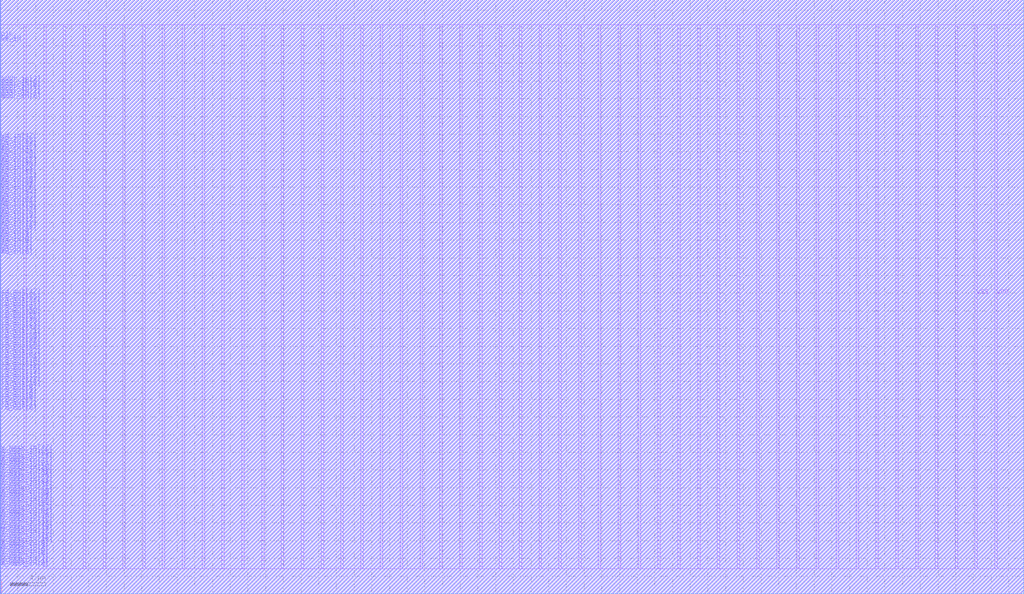
<source format=lef>
VERSION 5.7 ;
BUSBITCHARS "[]" ;
MACRO fakeram45_256x48_upper
  FOREIGN fakeram45_256x48_upper 0 0 ;
  SYMMETRY X Y R90 ;
  SIZE 0.19 BY 1.4 ;
  CLASS BLOCK ;
  PIN w_mask_in[0]
    DIRECTION INPUT ;
    USE SIGNAL ;
    SHAPE ABUTMENT ;
    PORT
      LAYER metal18 ;
      RECT 0.000 2.800 0.070 2.870 ;
    END
  END w_mask_in[0]
  PIN w_mask_in[1]
    DIRECTION INPUT ;
    USE SIGNAL ;
    SHAPE ABUTMENT ;
    PORT
      LAYER metal18 ;
      RECT 0.000 3.080 0.070 3.150 ;
    END
  END w_mask_in[1]
  PIN w_mask_in[2]
    DIRECTION INPUT ;
    USE SIGNAL ;
    SHAPE ABUTMENT ;
    PORT
      LAYER metal18 ;
      RECT 0.000 3.360 0.070 3.430 ;
    END
  END w_mask_in[2]
  PIN w_mask_in[3]
    DIRECTION INPUT ;
    USE SIGNAL ;
    SHAPE ABUTMENT ;
    PORT
      LAYER metal18 ;
      RECT 0.000 3.640 0.070 3.710 ;
    END
  END w_mask_in[3]
  PIN w_mask_in[4]
    DIRECTION INPUT ;
    USE SIGNAL ;
    SHAPE ABUTMENT ;
    PORT
      LAYER metal18 ;
      RECT 0.000 3.920 0.070 3.990 ;
    END
  END w_mask_in[4]
  PIN w_mask_in[5]
    DIRECTION INPUT ;
    USE SIGNAL ;
    SHAPE ABUTMENT ;
    PORT
      LAYER metal18 ;
      RECT 0.000 4.200 0.070 4.270 ;
    END
  END w_mask_in[5]
  PIN w_mask_in[6]
    DIRECTION INPUT ;
    USE SIGNAL ;
    SHAPE ABUTMENT ;
    PORT
      LAYER metal18 ;
      RECT 0.000 4.480 0.070 4.550 ;
    END
  END w_mask_in[6]
  PIN w_mask_in[7]
    DIRECTION INPUT ;
    USE SIGNAL ;
    SHAPE ABUTMENT ;
    PORT
      LAYER metal18 ;
      RECT 0.000 4.760 0.070 4.830 ;
    END
  END w_mask_in[7]
  PIN w_mask_in[8]
    DIRECTION INPUT ;
    USE SIGNAL ;
    SHAPE ABUTMENT ;
    PORT
      LAYER metal18 ;
      RECT 0.000 5.040 0.070 5.110 ;
    END
  END w_mask_in[8]
  PIN w_mask_in[9]
    DIRECTION INPUT ;
    USE SIGNAL ;
    SHAPE ABUTMENT ;
    PORT
      LAYER metal18 ;
      RECT 0.000 5.320 0.070 5.390 ;
    END
  END w_mask_in[9]
  PIN w_mask_in[10]
    DIRECTION INPUT ;
    USE SIGNAL ;
    SHAPE ABUTMENT ;
    PORT
      LAYER metal18 ;
      RECT 0.000 5.600 0.070 5.670 ;
    END
  END w_mask_in[10]
  PIN w_mask_in[11]
    DIRECTION INPUT ;
    USE SIGNAL ;
    SHAPE ABUTMENT ;
    PORT
      LAYER metal18 ;
      RECT 0.000 5.880 0.070 5.950 ;
    END
  END w_mask_in[11]
  PIN w_mask_in[12]
    DIRECTION INPUT ;
    USE SIGNAL ;
    SHAPE ABUTMENT ;
    PORT
      LAYER metal18 ;
      RECT 0.000 6.160 0.070 6.230 ;
    END
  END w_mask_in[12]
  PIN w_mask_in[13]
    DIRECTION INPUT ;
    USE SIGNAL ;
    SHAPE ABUTMENT ;
    PORT
      LAYER metal18 ;
      RECT 0.000 6.440 0.070 6.510 ;
    END
  END w_mask_in[13]
  PIN w_mask_in[14]
    DIRECTION INPUT ;
    USE SIGNAL ;
    SHAPE ABUTMENT ;
    PORT
      LAYER metal18 ;
      RECT 0.000 6.720 0.070 6.790 ;
    END
  END w_mask_in[14]
  PIN w_mask_in[15]
    DIRECTION INPUT ;
    USE SIGNAL ;
    SHAPE ABUTMENT ;
    PORT
      LAYER metal18 ;
      RECT 0.000 7.000 0.070 7.070 ;
    END
  END w_mask_in[15]
  PIN w_mask_in[16]
    DIRECTION INPUT ;
    USE SIGNAL ;
    SHAPE ABUTMENT ;
    PORT
      LAYER metal18 ;
      RECT 0.000 7.280 0.070 7.350 ;
    END
  END w_mask_in[16]
  PIN w_mask_in[17]
    DIRECTION INPUT ;
    USE SIGNAL ;
    SHAPE ABUTMENT ;
    PORT
      LAYER metal18 ;
      RECT 0.000 7.560 0.070 7.630 ;
    END
  END w_mask_in[17]
  PIN w_mask_in[18]
    DIRECTION INPUT ;
    USE SIGNAL ;
    SHAPE ABUTMENT ;
    PORT
      LAYER metal18 ;
      RECT 0.000 7.840 0.070 7.910 ;
    END
  END w_mask_in[18]
  PIN w_mask_in[19]
    DIRECTION INPUT ;
    USE SIGNAL ;
    SHAPE ABUTMENT ;
    PORT
      LAYER metal18 ;
      RECT 0.000 8.120 0.070 8.190 ;
    END
  END w_mask_in[19]
  PIN w_mask_in[20]
    DIRECTION INPUT ;
    USE SIGNAL ;
    SHAPE ABUTMENT ;
    PORT
      LAYER metal18 ;
      RECT 0.000 8.400 0.070 8.470 ;
    END
  END w_mask_in[20]
  PIN w_mask_in[21]
    DIRECTION INPUT ;
    USE SIGNAL ;
    SHAPE ABUTMENT ;
    PORT
      LAYER metal18 ;
      RECT 0.000 8.680 0.070 8.750 ;
    END
  END w_mask_in[21]
  PIN w_mask_in[22]
    DIRECTION INPUT ;
    USE SIGNAL ;
    SHAPE ABUTMENT ;
    PORT
      LAYER metal18 ;
      RECT 0.000 8.960 0.070 9.030 ;
    END
  END w_mask_in[22]
  PIN w_mask_in[23]
    DIRECTION INPUT ;
    USE SIGNAL ;
    SHAPE ABUTMENT ;
    PORT
      LAYER metal18 ;
      RECT 0.000 9.240 0.070 9.310 ;
    END
  END w_mask_in[23]
  PIN w_mask_in[24]
    DIRECTION INPUT ;
    USE SIGNAL ;
    SHAPE ABUTMENT ;
    PORT
      LAYER metal18 ;
      RECT 0.000 9.520 0.070 9.590 ;
    END
  END w_mask_in[24]
  PIN w_mask_in[25]
    DIRECTION INPUT ;
    USE SIGNAL ;
    SHAPE ABUTMENT ;
    PORT
      LAYER metal18 ;
      RECT 0.000 9.800 0.070 9.870 ;
    END
  END w_mask_in[25]
  PIN w_mask_in[26]
    DIRECTION INPUT ;
    USE SIGNAL ;
    SHAPE ABUTMENT ;
    PORT
      LAYER metal18 ;
      RECT 0.000 10.080 0.070 10.150 ;
    END
  END w_mask_in[26]
  PIN w_mask_in[27]
    DIRECTION INPUT ;
    USE SIGNAL ;
    SHAPE ABUTMENT ;
    PORT
      LAYER metal18 ;
      RECT 0.000 10.360 0.070 10.430 ;
    END
  END w_mask_in[27]
  PIN w_mask_in[28]
    DIRECTION INPUT ;
    USE SIGNAL ;
    SHAPE ABUTMENT ;
    PORT
      LAYER metal18 ;
      RECT 0.000 10.640 0.070 10.710 ;
    END
  END w_mask_in[28]
  PIN w_mask_in[29]
    DIRECTION INPUT ;
    USE SIGNAL ;
    SHAPE ABUTMENT ;
    PORT
      LAYER metal18 ;
      RECT 0.000 10.920 0.070 10.990 ;
    END
  END w_mask_in[29]
  PIN w_mask_in[30]
    DIRECTION INPUT ;
    USE SIGNAL ;
    SHAPE ABUTMENT ;
    PORT
      LAYER metal18 ;
      RECT 0.000 11.200 0.070 11.270 ;
    END
  END w_mask_in[30]
  PIN w_mask_in[31]
    DIRECTION INPUT ;
    USE SIGNAL ;
    SHAPE ABUTMENT ;
    PORT
      LAYER metal18 ;
      RECT 0.000 11.480 0.070 11.550 ;
    END
  END w_mask_in[31]
  PIN w_mask_in[32]
    DIRECTION INPUT ;
    USE SIGNAL ;
    SHAPE ABUTMENT ;
    PORT
      LAYER metal18 ;
      RECT 0.000 11.760 0.070 11.830 ;
    END
  END w_mask_in[32]
  PIN w_mask_in[33]
    DIRECTION INPUT ;
    USE SIGNAL ;
    SHAPE ABUTMENT ;
    PORT
      LAYER metal18 ;
      RECT 0.000 12.040 0.070 12.110 ;
    END
  END w_mask_in[33]
  PIN w_mask_in[34]
    DIRECTION INPUT ;
    USE SIGNAL ;
    SHAPE ABUTMENT ;
    PORT
      LAYER metal18 ;
      RECT 0.000 12.320 0.070 12.390 ;
    END
  END w_mask_in[34]
  PIN w_mask_in[35]
    DIRECTION INPUT ;
    USE SIGNAL ;
    SHAPE ABUTMENT ;
    PORT
      LAYER metal18 ;
      RECT 0.000 12.600 0.070 12.670 ;
    END
  END w_mask_in[35]
  PIN w_mask_in[36]
    DIRECTION INPUT ;
    USE SIGNAL ;
    SHAPE ABUTMENT ;
    PORT
      LAYER metal18 ;
      RECT 0.000 12.880 0.070 12.950 ;
    END
  END w_mask_in[36]
  PIN w_mask_in[37]
    DIRECTION INPUT ;
    USE SIGNAL ;
    SHAPE ABUTMENT ;
    PORT
      LAYER metal18 ;
      RECT 0.000 13.160 0.070 13.230 ;
    END
  END w_mask_in[37]
  PIN w_mask_in[38]
    DIRECTION INPUT ;
    USE SIGNAL ;
    SHAPE ABUTMENT ;
    PORT
      LAYER metal18 ;
      RECT 0.000 13.440 0.070 13.510 ;
    END
  END w_mask_in[38]
  PIN w_mask_in[39]
    DIRECTION INPUT ;
    USE SIGNAL ;
    SHAPE ABUTMENT ;
    PORT
      LAYER metal18 ;
      RECT 0.000 13.720 0.070 13.790 ;
    END
  END w_mask_in[39]
  PIN w_mask_in[40]
    DIRECTION INPUT ;
    USE SIGNAL ;
    SHAPE ABUTMENT ;
    PORT
      LAYER metal18 ;
      RECT 0.000 14.000 0.070 14.070 ;
    END
  END w_mask_in[40]
  PIN w_mask_in[41]
    DIRECTION INPUT ;
    USE SIGNAL ;
    SHAPE ABUTMENT ;
    PORT
      LAYER metal18 ;
      RECT 0.000 14.280 0.070 14.350 ;
    END
  END w_mask_in[41]
  PIN w_mask_in[42]
    DIRECTION INPUT ;
    USE SIGNAL ;
    SHAPE ABUTMENT ;
    PORT
      LAYER metal18 ;
      RECT 0.000 14.560 0.070 14.630 ;
    END
  END w_mask_in[42]
  PIN w_mask_in[43]
    DIRECTION INPUT ;
    USE SIGNAL ;
    SHAPE ABUTMENT ;
    PORT
      LAYER metal18 ;
      RECT 0.000 14.840 0.070 14.910 ;
    END
  END w_mask_in[43]
  PIN w_mask_in[44]
    DIRECTION INPUT ;
    USE SIGNAL ;
    SHAPE ABUTMENT ;
    PORT
      LAYER metal18 ;
      RECT 0.000 15.120 0.070 15.190 ;
    END
  END w_mask_in[44]
  PIN w_mask_in[45]
    DIRECTION INPUT ;
    USE SIGNAL ;
    SHAPE ABUTMENT ;
    PORT
      LAYER metal18 ;
      RECT 0.000 15.400 0.070 15.470 ;
    END
  END w_mask_in[45]
  PIN w_mask_in[46]
    DIRECTION INPUT ;
    USE SIGNAL ;
    SHAPE ABUTMENT ;
    PORT
      LAYER metal18 ;
      RECT 0.000 15.680 0.070 15.750 ;
    END
  END w_mask_in[46]
  PIN w_mask_in[47]
    DIRECTION INPUT ;
    USE SIGNAL ;
    SHAPE ABUTMENT ;
    PORT
      LAYER metal18 ;
      RECT 0.000 15.960 0.070 16.030 ;
    END
  END w_mask_in[47]
  PIN rd_out[0]
    DIRECTION OUTPUT ;
    USE SIGNAL ;
    SHAPE ABUTMENT ;
    PORT
      LAYER metal18 ;
      RECT 0.000 20.440 0.070 20.510 ;
    END
  END rd_out[0]
  PIN rd_out[1]
    DIRECTION OUTPUT ;
    USE SIGNAL ;
    SHAPE ABUTMENT ;
    PORT
      LAYER metal18 ;
      RECT 0.000 20.720 0.070 20.790 ;
    END
  END rd_out[1]
  PIN rd_out[2]
    DIRECTION OUTPUT ;
    USE SIGNAL ;
    SHAPE ABUTMENT ;
    PORT
      LAYER metal18 ;
      RECT 0.000 21.000 0.070 21.070 ;
    END
  END rd_out[2]
  PIN rd_out[3]
    DIRECTION OUTPUT ;
    USE SIGNAL ;
    SHAPE ABUTMENT ;
    PORT
      LAYER metal18 ;
      RECT 0.000 21.280 0.070 21.350 ;
    END
  END rd_out[3]
  PIN rd_out[4]
    DIRECTION OUTPUT ;
    USE SIGNAL ;
    SHAPE ABUTMENT ;
    PORT
      LAYER metal18 ;
      RECT 0.000 21.560 0.070 21.630 ;
    END
  END rd_out[4]
  PIN rd_out[5]
    DIRECTION OUTPUT ;
    USE SIGNAL ;
    SHAPE ABUTMENT ;
    PORT
      LAYER metal18 ;
      RECT 0.000 21.840 0.070 21.910 ;
    END
  END rd_out[5]
  PIN rd_out[6]
    DIRECTION OUTPUT ;
    USE SIGNAL ;
    SHAPE ABUTMENT ;
    PORT
      LAYER metal18 ;
      RECT 0.000 22.120 0.070 22.190 ;
    END
  END rd_out[6]
  PIN rd_out[7]
    DIRECTION OUTPUT ;
    USE SIGNAL ;
    SHAPE ABUTMENT ;
    PORT
      LAYER metal18 ;
      RECT 0.000 22.400 0.070 22.470 ;
    END
  END rd_out[7]
  PIN rd_out[8]
    DIRECTION OUTPUT ;
    USE SIGNAL ;
    SHAPE ABUTMENT ;
    PORT
      LAYER metal18 ;
      RECT 0.000 22.680 0.070 22.750 ;
    END
  END rd_out[8]
  PIN rd_out[9]
    DIRECTION OUTPUT ;
    USE SIGNAL ;
    SHAPE ABUTMENT ;
    PORT
      LAYER metal18 ;
      RECT 0.000 22.960 0.070 23.030 ;
    END
  END rd_out[9]
  PIN rd_out[10]
    DIRECTION OUTPUT ;
    USE SIGNAL ;
    SHAPE ABUTMENT ;
    PORT
      LAYER metal18 ;
      RECT 0.000 23.240 0.070 23.310 ;
    END
  END rd_out[10]
  PIN rd_out[11]
    DIRECTION OUTPUT ;
    USE SIGNAL ;
    SHAPE ABUTMENT ;
    PORT
      LAYER metal18 ;
      RECT 0.000 23.520 0.070 23.590 ;
    END
  END rd_out[11]
  PIN rd_out[12]
    DIRECTION OUTPUT ;
    USE SIGNAL ;
    SHAPE ABUTMENT ;
    PORT
      LAYER metal18 ;
      RECT 0.000 23.800 0.070 23.870 ;
    END
  END rd_out[12]
  PIN rd_out[13]
    DIRECTION OUTPUT ;
    USE SIGNAL ;
    SHAPE ABUTMENT ;
    PORT
      LAYER metal18 ;
      RECT 0.000 24.080 0.070 24.150 ;
    END
  END rd_out[13]
  PIN rd_out[14]
    DIRECTION OUTPUT ;
    USE SIGNAL ;
    SHAPE ABUTMENT ;
    PORT
      LAYER metal18 ;
      RECT 0.000 24.360 0.070 24.430 ;
    END
  END rd_out[14]
  PIN rd_out[15]
    DIRECTION OUTPUT ;
    USE SIGNAL ;
    SHAPE ABUTMENT ;
    PORT
      LAYER metal18 ;
      RECT 0.000 24.640 0.070 24.710 ;
    END
  END rd_out[15]
  PIN rd_out[16]
    DIRECTION OUTPUT ;
    USE SIGNAL ;
    SHAPE ABUTMENT ;
    PORT
      LAYER metal18 ;
      RECT 0.000 24.920 0.070 24.990 ;
    END
  END rd_out[16]
  PIN rd_out[17]
    DIRECTION OUTPUT ;
    USE SIGNAL ;
    SHAPE ABUTMENT ;
    PORT
      LAYER metal18 ;
      RECT 0.000 25.200 0.070 25.270 ;
    END
  END rd_out[17]
  PIN rd_out[18]
    DIRECTION OUTPUT ;
    USE SIGNAL ;
    SHAPE ABUTMENT ;
    PORT
      LAYER metal18 ;
      RECT 0.000 25.480 0.070 25.550 ;
    END
  END rd_out[18]
  PIN rd_out[19]
    DIRECTION OUTPUT ;
    USE SIGNAL ;
    SHAPE ABUTMENT ;
    PORT
      LAYER metal18 ;
      RECT 0.000 25.760 0.070 25.830 ;
    END
  END rd_out[19]
  PIN rd_out[20]
    DIRECTION OUTPUT ;
    USE SIGNAL ;
    SHAPE ABUTMENT ;
    PORT
      LAYER metal18 ;
      RECT 0.000 26.040 0.070 26.110 ;
    END
  END rd_out[20]
  PIN rd_out[21]
    DIRECTION OUTPUT ;
    USE SIGNAL ;
    SHAPE ABUTMENT ;
    PORT
      LAYER metal18 ;
      RECT 0.000 26.320 0.070 26.390 ;
    END
  END rd_out[21]
  PIN rd_out[22]
    DIRECTION OUTPUT ;
    USE SIGNAL ;
    SHAPE ABUTMENT ;
    PORT
      LAYER metal18 ;
      RECT 0.000 26.600 0.070 26.670 ;
    END
  END rd_out[22]
  PIN rd_out[23]
    DIRECTION OUTPUT ;
    USE SIGNAL ;
    SHAPE ABUTMENT ;
    PORT
      LAYER metal18 ;
      RECT 0.000 26.880 0.070 26.950 ;
    END
  END rd_out[23]
  PIN rd_out[24]
    DIRECTION OUTPUT ;
    USE SIGNAL ;
    SHAPE ABUTMENT ;
    PORT
      LAYER metal18 ;
      RECT 0.000 27.160 0.070 27.230 ;
    END
  END rd_out[24]
  PIN rd_out[25]
    DIRECTION OUTPUT ;
    USE SIGNAL ;
    SHAPE ABUTMENT ;
    PORT
      LAYER metal18 ;
      RECT 0.000 27.440 0.070 27.510 ;
    END
  END rd_out[25]
  PIN rd_out[26]
    DIRECTION OUTPUT ;
    USE SIGNAL ;
    SHAPE ABUTMENT ;
    PORT
      LAYER metal18 ;
      RECT 0.000 27.720 0.070 27.790 ;
    END
  END rd_out[26]
  PIN rd_out[27]
    DIRECTION OUTPUT ;
    USE SIGNAL ;
    SHAPE ABUTMENT ;
    PORT
      LAYER metal18 ;
      RECT 0.000 28.000 0.070 28.070 ;
    END
  END rd_out[27]
  PIN rd_out[28]
    DIRECTION OUTPUT ;
    USE SIGNAL ;
    SHAPE ABUTMENT ;
    PORT
      LAYER metal18 ;
      RECT 0.000 28.280 0.070 28.350 ;
    END
  END rd_out[28]
  PIN rd_out[29]
    DIRECTION OUTPUT ;
    USE SIGNAL ;
    SHAPE ABUTMENT ;
    PORT
      LAYER metal18 ;
      RECT 0.000 28.560 0.070 28.630 ;
    END
  END rd_out[29]
  PIN rd_out[30]
    DIRECTION OUTPUT ;
    USE SIGNAL ;
    SHAPE ABUTMENT ;
    PORT
      LAYER metal18 ;
      RECT 0.000 28.840 0.070 28.910 ;
    END
  END rd_out[30]
  PIN rd_out[31]
    DIRECTION OUTPUT ;
    USE SIGNAL ;
    SHAPE ABUTMENT ;
    PORT
      LAYER metal18 ;
      RECT 0.000 29.120 0.070 29.190 ;
    END
  END rd_out[31]
  PIN rd_out[32]
    DIRECTION OUTPUT ;
    USE SIGNAL ;
    SHAPE ABUTMENT ;
    PORT
      LAYER metal18 ;
      RECT 0.000 29.400 0.070 29.470 ;
    END
  END rd_out[32]
  PIN rd_out[33]
    DIRECTION OUTPUT ;
    USE SIGNAL ;
    SHAPE ABUTMENT ;
    PORT
      LAYER metal18 ;
      RECT 0.000 29.680 0.070 29.750 ;
    END
  END rd_out[33]
  PIN rd_out[34]
    DIRECTION OUTPUT ;
    USE SIGNAL ;
    SHAPE ABUTMENT ;
    PORT
      LAYER metal18 ;
      RECT 0.000 29.960 0.070 30.030 ;
    END
  END rd_out[34]
  PIN rd_out[35]
    DIRECTION OUTPUT ;
    USE SIGNAL ;
    SHAPE ABUTMENT ;
    PORT
      LAYER metal18 ;
      RECT 0.000 30.240 0.070 30.310 ;
    END
  END rd_out[35]
  PIN rd_out[36]
    DIRECTION OUTPUT ;
    USE SIGNAL ;
    SHAPE ABUTMENT ;
    PORT
      LAYER metal18 ;
      RECT 0.000 30.520 0.070 30.590 ;
    END
  END rd_out[36]
  PIN rd_out[37]
    DIRECTION OUTPUT ;
    USE SIGNAL ;
    SHAPE ABUTMENT ;
    PORT
      LAYER metal18 ;
      RECT 0.000 30.800 0.070 30.870 ;
    END
  END rd_out[37]
  PIN rd_out[38]
    DIRECTION OUTPUT ;
    USE SIGNAL ;
    SHAPE ABUTMENT ;
    PORT
      LAYER metal18 ;
      RECT 0.000 31.080 0.070 31.150 ;
    END
  END rd_out[38]
  PIN rd_out[39]
    DIRECTION OUTPUT ;
    USE SIGNAL ;
    SHAPE ABUTMENT ;
    PORT
      LAYER metal18 ;
      RECT 0.000 31.360 0.070 31.430 ;
    END
  END rd_out[39]
  PIN rd_out[40]
    DIRECTION OUTPUT ;
    USE SIGNAL ;
    SHAPE ABUTMENT ;
    PORT
      LAYER metal18 ;
      RECT 0.000 31.640 0.070 31.710 ;
    END
  END rd_out[40]
  PIN rd_out[41]
    DIRECTION OUTPUT ;
    USE SIGNAL ;
    SHAPE ABUTMENT ;
    PORT
      LAYER metal18 ;
      RECT 0.000 31.920 0.070 31.990 ;
    END
  END rd_out[41]
  PIN rd_out[42]
    DIRECTION OUTPUT ;
    USE SIGNAL ;
    SHAPE ABUTMENT ;
    PORT
      LAYER metal18 ;
      RECT 0.000 32.200 0.070 32.270 ;
    END
  END rd_out[42]
  PIN rd_out[43]
    DIRECTION OUTPUT ;
    USE SIGNAL ;
    SHAPE ABUTMENT ;
    PORT
      LAYER metal18 ;
      RECT 0.000 32.480 0.070 32.550 ;
    END
  END rd_out[43]
  PIN rd_out[44]
    DIRECTION OUTPUT ;
    USE SIGNAL ;
    SHAPE ABUTMENT ;
    PORT
      LAYER metal18 ;
      RECT 0.000 32.760 0.070 32.830 ;
    END
  END rd_out[44]
  PIN rd_out[45]
    DIRECTION OUTPUT ;
    USE SIGNAL ;
    SHAPE ABUTMENT ;
    PORT
      LAYER metal18 ;
      RECT 0.000 33.040 0.070 33.110 ;
    END
  END rd_out[45]
  PIN rd_out[46]
    DIRECTION OUTPUT ;
    USE SIGNAL ;
    SHAPE ABUTMENT ;
    PORT
      LAYER metal18 ;
      RECT 0.000 33.320 0.070 33.390 ;
    END
  END rd_out[46]
  PIN rd_out[47]
    DIRECTION OUTPUT ;
    USE SIGNAL ;
    SHAPE ABUTMENT ;
    PORT
      LAYER metal18 ;
      RECT 0.000 33.600 0.070 33.670 ;
    END
  END rd_out[47]
  PIN wd_in[0]
    DIRECTION INPUT ;
    USE SIGNAL ;
    SHAPE ABUTMENT ;
    PORT
      LAYER metal18 ;
      RECT 0.000 38.080 0.070 38.150 ;
    END
  END wd_in[0]
  PIN wd_in[1]
    DIRECTION INPUT ;
    USE SIGNAL ;
    SHAPE ABUTMENT ;
    PORT
      LAYER metal18 ;
      RECT 0.000 38.360 0.070 38.430 ;
    END
  END wd_in[1]
  PIN wd_in[2]
    DIRECTION INPUT ;
    USE SIGNAL ;
    SHAPE ABUTMENT ;
    PORT
      LAYER metal18 ;
      RECT 0.000 38.640 0.070 38.710 ;
    END
  END wd_in[2]
  PIN wd_in[3]
    DIRECTION INPUT ;
    USE SIGNAL ;
    SHAPE ABUTMENT ;
    PORT
      LAYER metal18 ;
      RECT 0.000 38.920 0.070 38.990 ;
    END
  END wd_in[3]
  PIN wd_in[4]
    DIRECTION INPUT ;
    USE SIGNAL ;
    SHAPE ABUTMENT ;
    PORT
      LAYER metal18 ;
      RECT 0.000 39.200 0.070 39.270 ;
    END
  END wd_in[4]
  PIN wd_in[5]
    DIRECTION INPUT ;
    USE SIGNAL ;
    SHAPE ABUTMENT ;
    PORT
      LAYER metal18 ;
      RECT 0.000 39.480 0.070 39.550 ;
    END
  END wd_in[5]
  PIN wd_in[6]
    DIRECTION INPUT ;
    USE SIGNAL ;
    SHAPE ABUTMENT ;
    PORT
      LAYER metal18 ;
      RECT 0.000 39.760 0.070 39.830 ;
    END
  END wd_in[6]
  PIN wd_in[7]
    DIRECTION INPUT ;
    USE SIGNAL ;
    SHAPE ABUTMENT ;
    PORT
      LAYER metal18 ;
      RECT 0.000 40.040 0.070 40.110 ;
    END
  END wd_in[7]
  PIN wd_in[8]
    DIRECTION INPUT ;
    USE SIGNAL ;
    SHAPE ABUTMENT ;
    PORT
      LAYER metal18 ;
      RECT 0.000 40.320 0.070 40.390 ;
    END
  END wd_in[8]
  PIN wd_in[9]
    DIRECTION INPUT ;
    USE SIGNAL ;
    SHAPE ABUTMENT ;
    PORT
      LAYER metal18 ;
      RECT 0.000 40.600 0.070 40.670 ;
    END
  END wd_in[9]
  PIN wd_in[10]
    DIRECTION INPUT ;
    USE SIGNAL ;
    SHAPE ABUTMENT ;
    PORT
      LAYER metal18 ;
      RECT 0.000 40.880 0.070 40.950 ;
    END
  END wd_in[10]
  PIN wd_in[11]
    DIRECTION INPUT ;
    USE SIGNAL ;
    SHAPE ABUTMENT ;
    PORT
      LAYER metal18 ;
      RECT 0.000 41.160 0.070 41.230 ;
    END
  END wd_in[11]
  PIN wd_in[12]
    DIRECTION INPUT ;
    USE SIGNAL ;
    SHAPE ABUTMENT ;
    PORT
      LAYER metal18 ;
      RECT 0.000 41.440 0.070 41.510 ;
    END
  END wd_in[12]
  PIN wd_in[13]
    DIRECTION INPUT ;
    USE SIGNAL ;
    SHAPE ABUTMENT ;
    PORT
      LAYER metal18 ;
      RECT 0.000 41.720 0.070 41.790 ;
    END
  END wd_in[13]
  PIN wd_in[14]
    DIRECTION INPUT ;
    USE SIGNAL ;
    SHAPE ABUTMENT ;
    PORT
      LAYER metal18 ;
      RECT 0.000 42.000 0.070 42.070 ;
    END
  END wd_in[14]
  PIN wd_in[15]
    DIRECTION INPUT ;
    USE SIGNAL ;
    SHAPE ABUTMENT ;
    PORT
      LAYER metal18 ;
      RECT 0.000 42.280 0.070 42.350 ;
    END
  END wd_in[15]
  PIN wd_in[16]
    DIRECTION INPUT ;
    USE SIGNAL ;
    SHAPE ABUTMENT ;
    PORT
      LAYER metal18 ;
      RECT 0.000 42.560 0.070 42.630 ;
    END
  END wd_in[16]
  PIN wd_in[17]
    DIRECTION INPUT ;
    USE SIGNAL ;
    SHAPE ABUTMENT ;
    PORT
      LAYER metal18 ;
      RECT 0.000 42.840 0.070 42.910 ;
    END
  END wd_in[17]
  PIN wd_in[18]
    DIRECTION INPUT ;
    USE SIGNAL ;
    SHAPE ABUTMENT ;
    PORT
      LAYER metal18 ;
      RECT 0.000 43.120 0.070 43.190 ;
    END
  END wd_in[18]
  PIN wd_in[19]
    DIRECTION INPUT ;
    USE SIGNAL ;
    SHAPE ABUTMENT ;
    PORT
      LAYER metal18 ;
      RECT 0.000 43.400 0.070 43.470 ;
    END
  END wd_in[19]
  PIN wd_in[20]
    DIRECTION INPUT ;
    USE SIGNAL ;
    SHAPE ABUTMENT ;
    PORT
      LAYER metal18 ;
      RECT 0.000 43.680 0.070 43.750 ;
    END
  END wd_in[20]
  PIN wd_in[21]
    DIRECTION INPUT ;
    USE SIGNAL ;
    SHAPE ABUTMENT ;
    PORT
      LAYER metal18 ;
      RECT 0.000 43.960 0.070 44.030 ;
    END
  END wd_in[21]
  PIN wd_in[22]
    DIRECTION INPUT ;
    USE SIGNAL ;
    SHAPE ABUTMENT ;
    PORT
      LAYER metal18 ;
      RECT 0.000 44.240 0.070 44.310 ;
    END
  END wd_in[22]
  PIN wd_in[23]
    DIRECTION INPUT ;
    USE SIGNAL ;
    SHAPE ABUTMENT ;
    PORT
      LAYER metal18 ;
      RECT 0.000 44.520 0.070 44.590 ;
    END
  END wd_in[23]
  PIN wd_in[24]
    DIRECTION INPUT ;
    USE SIGNAL ;
    SHAPE ABUTMENT ;
    PORT
      LAYER metal18 ;
      RECT 0.000 44.800 0.070 44.870 ;
    END
  END wd_in[24]
  PIN wd_in[25]
    DIRECTION INPUT ;
    USE SIGNAL ;
    SHAPE ABUTMENT ;
    PORT
      LAYER metal18 ;
      RECT 0.000 45.080 0.070 45.150 ;
    END
  END wd_in[25]
  PIN wd_in[26]
    DIRECTION INPUT ;
    USE SIGNAL ;
    SHAPE ABUTMENT ;
    PORT
      LAYER metal18 ;
      RECT 0.000 45.360 0.070 45.430 ;
    END
  END wd_in[26]
  PIN wd_in[27]
    DIRECTION INPUT ;
    USE SIGNAL ;
    SHAPE ABUTMENT ;
    PORT
      LAYER metal18 ;
      RECT 0.000 45.640 0.070 45.710 ;
    END
  END wd_in[27]
  PIN wd_in[28]
    DIRECTION INPUT ;
    USE SIGNAL ;
    SHAPE ABUTMENT ;
    PORT
      LAYER metal18 ;
      RECT 0.000 45.920 0.070 45.990 ;
    END
  END wd_in[28]
  PIN wd_in[29]
    DIRECTION INPUT ;
    USE SIGNAL ;
    SHAPE ABUTMENT ;
    PORT
      LAYER metal18 ;
      RECT 0.000 46.200 0.070 46.270 ;
    END
  END wd_in[29]
  PIN wd_in[30]
    DIRECTION INPUT ;
    USE SIGNAL ;
    SHAPE ABUTMENT ;
    PORT
      LAYER metal18 ;
      RECT 0.000 46.480 0.070 46.550 ;
    END
  END wd_in[30]
  PIN wd_in[31]
    DIRECTION INPUT ;
    USE SIGNAL ;
    SHAPE ABUTMENT ;
    PORT
      LAYER metal18 ;
      RECT 0.000 46.760 0.070 46.830 ;
    END
  END wd_in[31]
  PIN wd_in[32]
    DIRECTION INPUT ;
    USE SIGNAL ;
    SHAPE ABUTMENT ;
    PORT
      LAYER metal18 ;
      RECT 0.000 47.040 0.070 47.110 ;
    END
  END wd_in[32]
  PIN wd_in[33]
    DIRECTION INPUT ;
    USE SIGNAL ;
    SHAPE ABUTMENT ;
    PORT
      LAYER metal18 ;
      RECT 0.000 47.320 0.070 47.390 ;
    END
  END wd_in[33]
  PIN wd_in[34]
    DIRECTION INPUT ;
    USE SIGNAL ;
    SHAPE ABUTMENT ;
    PORT
      LAYER metal18 ;
      RECT 0.000 47.600 0.070 47.670 ;
    END
  END wd_in[34]
  PIN wd_in[35]
    DIRECTION INPUT ;
    USE SIGNAL ;
    SHAPE ABUTMENT ;
    PORT
      LAYER metal18 ;
      RECT 0.000 47.880 0.070 47.950 ;
    END
  END wd_in[35]
  PIN wd_in[36]
    DIRECTION INPUT ;
    USE SIGNAL ;
    SHAPE ABUTMENT ;
    PORT
      LAYER metal18 ;
      RECT 0.000 48.160 0.070 48.230 ;
    END
  END wd_in[36]
  PIN wd_in[37]
    DIRECTION INPUT ;
    USE SIGNAL ;
    SHAPE ABUTMENT ;
    PORT
      LAYER metal18 ;
      RECT 0.000 48.440 0.070 48.510 ;
    END
  END wd_in[37]
  PIN wd_in[38]
    DIRECTION INPUT ;
    USE SIGNAL ;
    SHAPE ABUTMENT ;
    PORT
      LAYER metal18 ;
      RECT 0.000 48.720 0.070 48.790 ;
    END
  END wd_in[38]
  PIN wd_in[39]
    DIRECTION INPUT ;
    USE SIGNAL ;
    SHAPE ABUTMENT ;
    PORT
      LAYER metal18 ;
      RECT 0.000 49.000 0.070 49.070 ;
    END
  END wd_in[39]
  PIN wd_in[40]
    DIRECTION INPUT ;
    USE SIGNAL ;
    SHAPE ABUTMENT ;
    PORT
      LAYER metal18 ;
      RECT 0.000 49.280 0.070 49.350 ;
    END
  END wd_in[40]
  PIN wd_in[41]
    DIRECTION INPUT ;
    USE SIGNAL ;
    SHAPE ABUTMENT ;
    PORT
      LAYER metal18 ;
      RECT 0.000 49.560 0.070 49.630 ;
    END
  END wd_in[41]
  PIN wd_in[42]
    DIRECTION INPUT ;
    USE SIGNAL ;
    SHAPE ABUTMENT ;
    PORT
      LAYER metal18 ;
      RECT 0.000 49.840 0.070 49.910 ;
    END
  END wd_in[42]
  PIN wd_in[43]
    DIRECTION INPUT ;
    USE SIGNAL ;
    SHAPE ABUTMENT ;
    PORT
      LAYER metal18 ;
      RECT 0.000 50.120 0.070 50.190 ;
    END
  END wd_in[43]
  PIN wd_in[44]
    DIRECTION INPUT ;
    USE SIGNAL ;
    SHAPE ABUTMENT ;
    PORT
      LAYER metal18 ;
      RECT 0.000 50.400 0.070 50.470 ;
    END
  END wd_in[44]
  PIN wd_in[45]
    DIRECTION INPUT ;
    USE SIGNAL ;
    SHAPE ABUTMENT ;
    PORT
      LAYER metal18 ;
      RECT 0.000 50.680 0.070 50.750 ;
    END
  END wd_in[45]
  PIN wd_in[46]
    DIRECTION INPUT ;
    USE SIGNAL ;
    SHAPE ABUTMENT ;
    PORT
      LAYER metal18 ;
      RECT 0.000 50.960 0.070 51.030 ;
    END
  END wd_in[46]
  PIN wd_in[47]
    DIRECTION INPUT ;
    USE SIGNAL ;
    SHAPE ABUTMENT ;
    PORT
      LAYER metal18 ;
      RECT 0.000 51.240 0.070 51.310 ;
    END
  END wd_in[47]
  PIN addr_in[0]
    DIRECTION INPUT ;
    USE SIGNAL ;
    SHAPE ABUTMENT ;
    PORT
      LAYER metal18 ;
      RECT 0.000 55.720 0.070 55.790 ;
    END
  END addr_in[0]
  PIN addr_in[1]
    DIRECTION INPUT ;
    USE SIGNAL ;
    SHAPE ABUTMENT ;
    PORT
      LAYER metal18 ;
      RECT 0.000 56.000 0.070 56.070 ;
    END
  END addr_in[1]
  PIN addr_in[2]
    DIRECTION INPUT ;
    USE SIGNAL ;
    SHAPE ABUTMENT ;
    PORT
      LAYER metal18 ;
      RECT 0.000 56.280 0.070 56.350 ;
    END
  END addr_in[2]
  PIN addr_in[3]
    DIRECTION INPUT ;
    USE SIGNAL ;
    SHAPE ABUTMENT ;
    PORT
      LAYER metal18 ;
      RECT 0.000 56.560 0.070 56.630 ;
    END
  END addr_in[3]
  PIN addr_in[4]
    DIRECTION INPUT ;
    USE SIGNAL ;
    SHAPE ABUTMENT ;
    PORT
      LAYER metal18 ;
      RECT 0.000 56.840 0.070 56.910 ;
    END
  END addr_in[4]
  PIN addr_in[5]
    DIRECTION INPUT ;
    USE SIGNAL ;
    SHAPE ABUTMENT ;
    PORT
      LAYER metal18 ;
      RECT 0.000 57.120 0.070 57.190 ;
    END
  END addr_in[5]
  PIN addr_in[6]
    DIRECTION INPUT ;
    USE SIGNAL ;
    SHAPE ABUTMENT ;
    PORT
      LAYER metal18 ;
      RECT 0.000 57.400 0.070 57.470 ;
    END
  END addr_in[6]
  PIN addr_in[7]
    DIRECTION INPUT ;
    USE SIGNAL ;
    SHAPE ABUTMENT ;
    PORT
      LAYER metal18 ;
      RECT 0.000 57.680 0.070 57.750 ;
    END
  END addr_in[7]
  PIN we_in
    DIRECTION INPUT ;
    USE SIGNAL ;
    SHAPE ABUTMENT ;
    PORT
      LAYER metal18 ;
      RECT 0.000 62.160 0.070 62.230 ;
    END
  END we_in
  PIN ce_in
    DIRECTION INPUT ;
    USE SIGNAL ;
    SHAPE ABUTMENT ;
    PORT
      LAYER metal18 ;
      RECT 0.000 62.440 0.070 62.510 ;
    END
  END ce_in
  PIN clk
    DIRECTION INPUT ;
    USE SIGNAL ;
    SHAPE ABUTMENT ;
    PORT
      LAYER metal18 ;
      RECT 0.000 62.720 0.070 62.790 ;
    END
  END clk
  PIN VSS
    DIRECTION INOUT ;
    USE GROUND ;
    PORT
      LAYER metal17 ;
      RECT 2.660 2.800 2.940 64.400 ;
      RECT 7.140 2.800 7.420 64.400 ;
      RECT 11.620 2.800 11.900 64.400 ;
      RECT 16.100 2.800 16.380 64.400 ;
      RECT 20.580 2.800 20.860 64.400 ;
      RECT 25.060 2.800 25.340 64.400 ;
      RECT 29.540 2.800 29.820 64.400 ;
      RECT 34.020 2.800 34.300 64.400 ;
      RECT 38.500 2.800 38.780 64.400 ;
      RECT 42.980 2.800 43.260 64.400 ;
      RECT 47.460 2.800 47.740 64.400 ;
      RECT 51.940 2.800 52.220 64.400 ;
      RECT 56.420 2.800 56.700 64.400 ;
      RECT 60.900 2.800 61.180 64.400 ;
      RECT 65.380 2.800 65.660 64.400 ;
      RECT 69.860 2.800 70.140 64.400 ;
      RECT 74.340 2.800 74.620 64.400 ;
      RECT 78.820 2.800 79.100 64.400 ;
      RECT 83.300 2.800 83.580 64.400 ;
      RECT 87.780 2.800 88.060 64.400 ;
      RECT 92.260 2.800 92.540 64.400 ;
      RECT 96.740 2.800 97.020 64.400 ;
      RECT 101.220 2.800 101.500 64.400 ;
      RECT 105.700 2.800 105.980 64.400 ;
      RECT 110.180 2.800 110.460 64.400 ;
    END
  END VSS
  PIN VDD
    DIRECTION INOUT ;
    USE POWER ;
    PORT
      LAYER metal17 ;
      RECT 4.900 2.800 5.180 64.400 ;
      RECT 9.380 2.800 9.660 64.400 ;
      RECT 13.860 2.800 14.140 64.400 ;
      RECT 18.340 2.800 18.620 64.400 ;
      RECT 22.820 2.800 23.100 64.400 ;
      RECT 27.300 2.800 27.580 64.400 ;
      RECT 31.780 2.800 32.060 64.400 ;
      RECT 36.260 2.800 36.540 64.400 ;
      RECT 40.740 2.800 41.020 64.400 ;
      RECT 45.220 2.800 45.500 64.400 ;
      RECT 49.700 2.800 49.980 64.400 ;
      RECT 54.180 2.800 54.460 64.400 ;
      RECT 58.660 2.800 58.940 64.400 ;
      RECT 63.140 2.800 63.420 64.400 ;
      RECT 67.620 2.800 67.900 64.400 ;
      RECT 72.100 2.800 72.380 64.400 ;
      RECT 76.580 2.800 76.860 64.400 ;
      RECT 81.060 2.800 81.340 64.400 ;
      RECT 85.540 2.800 85.820 64.400 ;
      RECT 90.020 2.800 90.300 64.400 ;
      RECT 94.500 2.800 94.780 64.400 ;
      RECT 98.980 2.800 99.260 64.400 ;
      RECT 103.460 2.800 103.740 64.400 ;
      RECT 107.940 2.800 108.220 64.400 ;
      RECT 112.420 2.800 112.700 64.400 ;
    END
  END VDD
  OBS
    LAYER metal20 ;
    RECT 0 0 115.710 67.200 ;
    LAYER metal19 ;
    RECT 0 0 115.710 67.200 ;
    LAYER metal18 ;
    RECT 0.070 0 115.710 67.200 ;
    RECT 0 0.000 0.070 2.800 ;
    RECT 0 2.870 0.070 3.080 ;
    RECT 0 3.150 0.070 3.360 ;
    RECT 0 3.430 0.070 3.640 ;
    RECT 0 3.710 0.070 3.920 ;
    RECT 0 3.990 0.070 4.200 ;
    RECT 0 4.270 0.070 4.480 ;
    RECT 0 4.550 0.070 4.760 ;
    RECT 0 4.830 0.070 5.040 ;
    RECT 0 5.110 0.070 5.320 ;
    RECT 0 5.390 0.070 5.600 ;
    RECT 0 5.670 0.070 5.880 ;
    RECT 0 5.950 0.070 6.160 ;
    RECT 0 6.230 0.070 6.440 ;
    RECT 0 6.510 0.070 6.720 ;
    RECT 0 6.790 0.070 7.000 ;
    RECT 0 7.070 0.070 7.280 ;
    RECT 0 7.350 0.070 7.560 ;
    RECT 0 7.630 0.070 7.840 ;
    RECT 0 7.910 0.070 8.120 ;
    RECT 0 8.190 0.070 8.400 ;
    RECT 0 8.470 0.070 8.680 ;
    RECT 0 8.750 0.070 8.960 ;
    RECT 0 9.030 0.070 9.240 ;
    RECT 0 9.310 0.070 9.520 ;
    RECT 0 9.590 0.070 9.800 ;
    RECT 0 9.870 0.070 10.080 ;
    RECT 0 10.150 0.070 10.360 ;
    RECT 0 10.430 0.070 10.640 ;
    RECT 0 10.710 0.070 10.920 ;
    RECT 0 10.990 0.070 11.200 ;
    RECT 0 11.270 0.070 11.480 ;
    RECT 0 11.550 0.070 11.760 ;
    RECT 0 11.830 0.070 12.040 ;
    RECT 0 12.110 0.070 12.320 ;
    RECT 0 12.390 0.070 12.600 ;
    RECT 0 12.670 0.070 12.880 ;
    RECT 0 12.950 0.070 13.160 ;
    RECT 0 13.230 0.070 13.440 ;
    RECT 0 13.510 0.070 13.720 ;
    RECT 0 13.790 0.070 14.000 ;
    RECT 0 14.070 0.070 14.280 ;
    RECT 0 14.350 0.070 14.560 ;
    RECT 0 14.630 0.070 14.840 ;
    RECT 0 14.910 0.070 15.120 ;
    RECT 0 15.190 0.070 15.400 ;
    RECT 0 15.470 0.070 15.680 ;
    RECT 0 15.750 0.070 15.960 ;
    RECT 0 16.030 0.070 20.440 ;
    RECT 0 20.510 0.070 20.720 ;
    RECT 0 20.790 0.070 21.000 ;
    RECT 0 21.070 0.070 21.280 ;
    RECT 0 21.350 0.070 21.560 ;
    RECT 0 21.630 0.070 21.840 ;
    RECT 0 21.910 0.070 22.120 ;
    RECT 0 22.190 0.070 22.400 ;
    RECT 0 22.470 0.070 22.680 ;
    RECT 0 22.750 0.070 22.960 ;
    RECT 0 23.030 0.070 23.240 ;
    RECT 0 23.310 0.070 23.520 ;
    RECT 0 23.590 0.070 23.800 ;
    RECT 0 23.870 0.070 24.080 ;
    RECT 0 24.150 0.070 24.360 ;
    RECT 0 24.430 0.070 24.640 ;
    RECT 0 24.710 0.070 24.920 ;
    RECT 0 24.990 0.070 25.200 ;
    RECT 0 25.270 0.070 25.480 ;
    RECT 0 25.550 0.070 25.760 ;
    RECT 0 25.830 0.070 26.040 ;
    RECT 0 26.110 0.070 26.320 ;
    RECT 0 26.390 0.070 26.600 ;
    RECT 0 26.670 0.070 26.880 ;
    RECT 0 26.950 0.070 27.160 ;
    RECT 0 27.230 0.070 27.440 ;
    RECT 0 27.510 0.070 27.720 ;
    RECT 0 27.790 0.070 28.000 ;
    RECT 0 28.070 0.070 28.280 ;
    RECT 0 28.350 0.070 28.560 ;
    RECT 0 28.630 0.070 28.840 ;
    RECT 0 28.910 0.070 29.120 ;
    RECT 0 29.190 0.070 29.400 ;
    RECT 0 29.470 0.070 29.680 ;
    RECT 0 29.750 0.070 29.960 ;
    RECT 0 30.030 0.070 30.240 ;
    RECT 0 30.310 0.070 30.520 ;
    RECT 0 30.590 0.070 30.800 ;
    RECT 0 30.870 0.070 31.080 ;
    RECT 0 31.150 0.070 31.360 ;
    RECT 0 31.430 0.070 31.640 ;
    RECT 0 31.710 0.070 31.920 ;
    RECT 0 31.990 0.070 32.200 ;
    RECT 0 32.270 0.070 32.480 ;
    RECT 0 32.550 0.070 32.760 ;
    RECT 0 32.830 0.070 33.040 ;
    RECT 0 33.110 0.070 33.320 ;
    RECT 0 33.390 0.070 33.600 ;
    RECT 0 33.670 0.070 38.080 ;
    RECT 0 38.150 0.070 38.360 ;
    RECT 0 38.430 0.070 38.640 ;
    RECT 0 38.710 0.070 38.920 ;
    RECT 0 38.990 0.070 39.200 ;
    RECT 0 39.270 0.070 39.480 ;
    RECT 0 39.550 0.070 39.760 ;
    RECT 0 39.830 0.070 40.040 ;
    RECT 0 40.110 0.070 40.320 ;
    RECT 0 40.390 0.070 40.600 ;
    RECT 0 40.670 0.070 40.880 ;
    RECT 0 40.950 0.070 41.160 ;
    RECT 0 41.230 0.070 41.440 ;
    RECT 0 41.510 0.070 41.720 ;
    RECT 0 41.790 0.070 42.000 ;
    RECT 0 42.070 0.070 42.280 ;
    RECT 0 42.350 0.070 42.560 ;
    RECT 0 42.630 0.070 42.840 ;
    RECT 0 42.910 0.070 43.120 ;
    RECT 0 43.190 0.070 43.400 ;
    RECT 0 43.470 0.070 43.680 ;
    RECT 0 43.750 0.070 43.960 ;
    RECT 0 44.030 0.070 44.240 ;
    RECT 0 44.310 0.070 44.520 ;
    RECT 0 44.590 0.070 44.800 ;
    RECT 0 44.870 0.070 45.080 ;
    RECT 0 45.150 0.070 45.360 ;
    RECT 0 45.430 0.070 45.640 ;
    RECT 0 45.710 0.070 45.920 ;
    RECT 0 45.990 0.070 46.200 ;
    RECT 0 46.270 0.070 46.480 ;
    RECT 0 46.550 0.070 46.760 ;
    RECT 0 46.830 0.070 47.040 ;
    RECT 0 47.110 0.070 47.320 ;
    RECT 0 47.390 0.070 47.600 ;
    RECT 0 47.670 0.070 47.880 ;
    RECT 0 47.950 0.070 48.160 ;
    RECT 0 48.230 0.070 48.440 ;
    RECT 0 48.510 0.070 48.720 ;
    RECT 0 48.790 0.070 49.000 ;
    RECT 0 49.070 0.070 49.280 ;
    RECT 0 49.350 0.070 49.560 ;
    RECT 0 49.630 0.070 49.840 ;
    RECT 0 49.910 0.070 50.120 ;
    RECT 0 50.190 0.070 50.400 ;
    RECT 0 50.470 0.070 50.680 ;
    RECT 0 50.750 0.070 50.960 ;
    RECT 0 51.030 0.070 51.240 ;
    RECT 0 51.310 0.070 55.720 ;
    RECT 0 55.790 0.070 56.000 ;
    RECT 0 56.070 0.070 56.280 ;
    RECT 0 56.350 0.070 56.560 ;
    RECT 0 56.630 0.070 56.840 ;
    RECT 0 56.910 0.070 57.120 ;
    RECT 0 57.190 0.070 57.400 ;
    RECT 0 57.470 0.070 57.680 ;
    RECT 0 57.750 0.070 62.160 ;
    RECT 0 62.230 0.070 62.440 ;
    RECT 0 62.510 0.070 62.720 ;
    RECT 0 62.790 0.070 67.200 ;
    LAYER metal17 ;
    RECT 0 0 115.710 2.800 ;
    RECT 0 64.400 115.710 67.200 ;
    RECT 0.000 2.800 2.660 64.400 ;
    RECT 2.940 2.800 4.900 64.400 ;
    RECT 5.180 2.800 7.140 64.400 ;
    RECT 7.420 2.800 9.380 64.400 ;
    RECT 9.660 2.800 11.620 64.400 ;
    RECT 11.900 2.800 13.860 64.400 ;
    RECT 14.140 2.800 16.100 64.400 ;
    RECT 16.380 2.800 18.340 64.400 ;
    RECT 18.620 2.800 20.580 64.400 ;
    RECT 20.860 2.800 22.820 64.400 ;
    RECT 23.100 2.800 25.060 64.400 ;
    RECT 25.340 2.800 27.300 64.400 ;
    RECT 27.580 2.800 29.540 64.400 ;
    RECT 29.820 2.800 31.780 64.400 ;
    RECT 32.060 2.800 34.020 64.400 ;
    RECT 34.300 2.800 36.260 64.400 ;
    RECT 36.540 2.800 38.500 64.400 ;
    RECT 38.780 2.800 40.740 64.400 ;
    RECT 41.020 2.800 42.980 64.400 ;
    RECT 43.260 2.800 45.220 64.400 ;
    RECT 45.500 2.800 47.460 64.400 ;
    RECT 47.740 2.800 49.700 64.400 ;
    RECT 49.980 2.800 51.940 64.400 ;
    RECT 52.220 2.800 54.180 64.400 ;
    RECT 54.460 2.800 56.420 64.400 ;
    RECT 56.700 2.800 58.660 64.400 ;
    RECT 58.940 2.800 60.900 64.400 ;
    RECT 61.180 2.800 63.140 64.400 ;
    RECT 63.420 2.800 65.380 64.400 ;
    RECT 65.660 2.800 67.620 64.400 ;
    RECT 67.900 2.800 69.860 64.400 ;
    RECT 70.140 2.800 72.100 64.400 ;
    RECT 72.380 2.800 74.340 64.400 ;
    RECT 74.620 2.800 76.580 64.400 ;
    RECT 76.860 2.800 78.820 64.400 ;
    RECT 79.100 2.800 81.060 64.400 ;
    RECT 81.340 2.800 83.300 64.400 ;
    RECT 83.580 2.800 85.540 64.400 ;
    RECT 85.820 2.800 87.780 64.400 ;
    RECT 88.060 2.800 90.020 64.400 ;
    RECT 90.300 2.800 92.260 64.400 ;
    RECT 92.540 2.800 94.500 64.400 ;
    RECT 94.780 2.800 96.740 64.400 ;
    RECT 97.020 2.800 98.980 64.400 ;
    RECT 99.260 2.800 101.220 64.400 ;
    RECT 101.500 2.800 103.460 64.400 ;
    RECT 103.740 2.800 105.700 64.400 ;
    RECT 105.980 2.800 107.940 64.400 ;
    RECT 108.220 2.800 110.180 64.400 ;
    RECT 110.460 2.800 112.420 64.400 ;
    RECT 112.700 2.800 115.710 64.400 ;
  END
END fakeram45_256x48_upper

END LIBRARY

</source>
